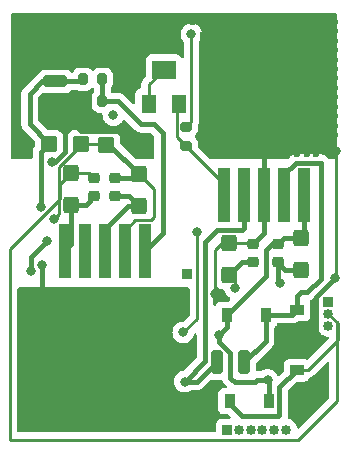
<source format=gbr>
%TF.GenerationSoftware,KiCad,Pcbnew,(6.0.5)*%
%TF.CreationDate,2022-07-19T18:24:44-04:00*%
%TF.ProjectId,torque_motor_design,746f7271-7565-45f6-9d6f-746f725f6465,rev?*%
%TF.SameCoordinates,Original*%
%TF.FileFunction,Copper,L1,Top*%
%TF.FilePolarity,Positive*%
%FSLAX46Y46*%
G04 Gerber Fmt 4.6, Leading zero omitted, Abs format (unit mm)*
G04 Created by KiCad (PCBNEW (6.0.5)) date 2022-07-19 18:24:44*
%MOMM*%
%LPD*%
G01*
G04 APERTURE LIST*
G04 Aperture macros list*
%AMRoundRect*
0 Rectangle with rounded corners*
0 $1 Rounding radius*
0 $2 $3 $4 $5 $6 $7 $8 $9 X,Y pos of 4 corners*
0 Add a 4 corners polygon primitive as box body*
4,1,4,$2,$3,$4,$5,$6,$7,$8,$9,$2,$3,0*
0 Add four circle primitives for the rounded corners*
1,1,$1+$1,$2,$3*
1,1,$1+$1,$4,$5*
1,1,$1+$1,$6,$7*
1,1,$1+$1,$8,$9*
0 Add four rect primitives between the rounded corners*
20,1,$1+$1,$2,$3,$4,$5,0*
20,1,$1+$1,$4,$5,$6,$7,0*
20,1,$1+$1,$6,$7,$8,$9,0*
20,1,$1+$1,$8,$9,$2,$3,0*%
G04 Aperture macros list end*
%TA.AperFunction,SMDPad,CuDef*%
%ADD10RoundRect,0.225000X0.250000X-0.225000X0.250000X0.225000X-0.250000X0.225000X-0.250000X-0.225000X0*%
%TD*%
%TA.AperFunction,SMDPad,CuDef*%
%ADD11RoundRect,0.250000X0.425000X-0.450000X0.425000X0.450000X-0.425000X0.450000X-0.425000X-0.450000X0*%
%TD*%
%TA.AperFunction,SMDPad,CuDef*%
%ADD12RoundRect,0.250000X-0.450000X-0.425000X0.450000X-0.425000X0.450000X0.425000X-0.450000X0.425000X0*%
%TD*%
%TA.AperFunction,SMDPad,CuDef*%
%ADD13R,1.300000X1.600000*%
%TD*%
%TA.AperFunction,SMDPad,CuDef*%
%ADD14R,2.000000X1.600000*%
%TD*%
%TA.AperFunction,SMDPad,CuDef*%
%ADD15RoundRect,0.225000X-0.250000X0.225000X-0.250000X-0.225000X0.250000X-0.225000X0.250000X0.225000X0*%
%TD*%
%TA.AperFunction,SMDPad,CuDef*%
%ADD16RoundRect,0.200000X0.200000X0.275000X-0.200000X0.275000X-0.200000X-0.275000X0.200000X-0.275000X0*%
%TD*%
%TA.AperFunction,SMDPad,CuDef*%
%ADD17R,1.100000X4.600000*%
%TD*%
%TA.AperFunction,SMDPad,CuDef*%
%ADD18R,10.800000X9.400000*%
%TD*%
%TA.AperFunction,SMDPad,CuDef*%
%ADD19RoundRect,0.250000X0.250000X0.750000X-0.250000X0.750000X-0.250000X-0.750000X0.250000X-0.750000X0*%
%TD*%
%TA.AperFunction,SMDPad,CuDef*%
%ADD20RoundRect,0.200000X-0.200000X-0.275000X0.200000X-0.275000X0.200000X0.275000X-0.200000X0.275000X0*%
%TD*%
%TA.AperFunction,SMDPad,CuDef*%
%ADD21R,1.200000X0.900000*%
%TD*%
%TA.AperFunction,SMDPad,CuDef*%
%ADD22RoundRect,0.250000X-0.425000X0.450000X-0.425000X-0.450000X0.425000X-0.450000X0.425000X0.450000X0*%
%TD*%
%TA.AperFunction,SMDPad,CuDef*%
%ADD23R,0.900000X1.200000*%
%TD*%
%TA.AperFunction,SMDPad,CuDef*%
%ADD24RoundRect,0.250000X0.750000X-0.250000X0.750000X0.250000X-0.750000X0.250000X-0.750000X-0.250000X0*%
%TD*%
%TA.AperFunction,SMDPad,CuDef*%
%ADD25RoundRect,0.200000X-0.275000X0.200000X-0.275000X-0.200000X0.275000X-0.200000X0.275000X0.200000X0*%
%TD*%
%TA.AperFunction,ComponentPad*%
%ADD26R,0.850000X0.850000*%
%TD*%
%TA.AperFunction,ComponentPad*%
%ADD27O,0.850000X0.850000*%
%TD*%
%TA.AperFunction,ViaPad*%
%ADD28C,0.800000*%
%TD*%
%TA.AperFunction,ViaPad*%
%ADD29C,0.600000*%
%TD*%
%TA.AperFunction,Conductor*%
%ADD30C,0.400000*%
%TD*%
%TA.AperFunction,Conductor*%
%ADD31C,0.250000*%
%TD*%
G04 APERTURE END LIST*
D10*
%TO.P,C8,1*%
%TO.N,+V*%
X179070000Y-49543000D03*
%TO.P,C8,2*%
%TO.N,GND*%
X179070000Y-47993000D03*
%TD*%
D11*
%TO.P,C6,1*%
%TO.N,+V*%
X177165000Y-50245000D03*
%TO.P,C6,2*%
%TO.N,GND*%
X177165000Y-47545000D03*
%TD*%
D12*
%TO.P,C10,1*%
%TO.N,GND*%
X180112000Y-45178000D03*
%TO.P,C10,2*%
%TO.N,-V*%
X182812000Y-45178000D03*
%TD*%
D13*
%TO.P,RV1,1,1*%
%TO.N,GND*%
X183742000Y-41718000D03*
D14*
%TO.P,RV1,2,2*%
X184992000Y-38818000D03*
D13*
%TO.P,RV1,3,3*%
%TO.N,Net-(R1-Pad2)*%
X186242000Y-41718000D03*
%TD*%
D15*
%TO.P,C7,1*%
%TO.N,+V*%
X194665600Y-53581000D03*
%TO.P,C7,2*%
%TO.N,GND*%
X194665600Y-55131000D03*
%TD*%
D16*
%TO.P,R6,1*%
%TO.N,Net-(R5-Pad2)*%
X179793400Y-41503600D03*
%TO.P,R6,2*%
%TO.N,-V*%
X178143400Y-41503600D03*
%TD*%
D17*
%TO.P,U3,1,+*%
%TO.N,Net-(R1-Pad2)*%
X190092000Y-49443000D03*
%TO.P,U3,2,-*%
%TO.N,Net-(Motor-1-Pad1)*%
X191792000Y-49443000D03*
%TO.P,U3,3*%
%TO.N,-V*%
X193492000Y-49443000D03*
%TO.P,U3,4,V+*%
%TO.N,Net-(D1-Pad2)*%
X195192000Y-49443000D03*
%TO.P,U3,5,V-*%
%TO.N,+V*%
X196892000Y-49443000D03*
D18*
%TO.P,U3,6*%
%TO.N,-V*%
X193492000Y-40293000D03*
%TD*%
D19*
%TO.P,Motor+1,1,Pin_1*%
%TO.N,Net-(D1-Pad2)*%
X191820800Y-63601600D03*
%TD*%
D15*
%TO.P,C5,1*%
%TO.N,-V*%
X192532000Y-53581000D03*
%TO.P,C5,2*%
%TO.N,GND*%
X192532000Y-55131000D03*
%TD*%
D20*
%TO.P,R5,1*%
%TO.N,+V*%
X178143400Y-39624000D03*
%TO.P,R5,2*%
%TO.N,Net-(R5-Pad2)*%
X179793400Y-39624000D03*
%TD*%
D21*
%TO.P,D7,1,K*%
%TO.N,GND*%
X196242000Y-64268000D03*
%TO.P,D7,2,A*%
%TO.N,-V*%
X196242000Y-67568000D03*
%TD*%
D12*
%TO.P,C9,1*%
%TO.N,+V*%
X175307000Y-45085000D03*
%TO.P,C9,2*%
%TO.N,GND*%
X178007000Y-45085000D03*
%TD*%
D17*
%TO.P,U2,1,+*%
%TO.N,Net-(R5-Pad2)*%
X183392000Y-54193000D03*
%TO.P,U2,2,-*%
%TO.N,GND*%
X181692000Y-54193000D03*
%TO.P,U2,3*%
%TO.N,-V*%
X179992000Y-54193000D03*
%TO.P,U2,4,V+*%
%TO.N,GND*%
X178292000Y-54193000D03*
%TO.P,U2,5,V-*%
%TO.N,+V*%
X176592000Y-54193000D03*
D18*
%TO.P,U2,6*%
%TO.N,-V*%
X179992000Y-63343000D03*
%TD*%
D11*
%TO.P,C4,1*%
%TO.N,GND*%
X190500000Y-56214000D03*
%TO.P,C4,2*%
%TO.N,-V*%
X190500000Y-53514000D03*
%TD*%
D22*
%TO.P,C12,1*%
%TO.N,+V*%
X196646800Y-53056800D03*
%TO.P,C12,2*%
%TO.N,GND*%
X196646800Y-55756800D03*
%TD*%
D23*
%TO.P,D1,1,K*%
%TO.N,+V*%
X190342000Y-59568000D03*
%TO.P,D1,2,A*%
%TO.N,Net-(D1-Pad2)*%
X193642000Y-59568000D03*
%TD*%
D24*
%TO.P,External_(-12V)1,1,Pin_1*%
%TO.N,-V*%
X175798000Y-41862000D03*
%TD*%
%TO.P,External_(+12V)1,1,Pin_1*%
%TO.N,+V*%
X175798000Y-39818000D03*
%TD*%
D19*
%TO.P,Motor-1,1,Pin_1*%
%TO.N,Net-(Motor-1-Pad1)*%
X189492000Y-63568000D03*
%TD*%
D25*
%TO.P,R1,1*%
%TO.N,Torque_Mode*%
X186892000Y-43643000D03*
%TO.P,R1,2*%
%TO.N,Net-(R1-Pad2)*%
X186892000Y-45293000D03*
%TD*%
D10*
%TO.P,C11,1*%
%TO.N,-V*%
X180848000Y-49543000D03*
%TO.P,C11,2*%
%TO.N,GND*%
X180848000Y-47993000D03*
%TD*%
D21*
%TO.P,D5,1,K*%
%TO.N,Net-(D1-Pad2)*%
X196292000Y-59168000D03*
%TO.P,D5,2,A*%
%TO.N,-V*%
X196292000Y-62468000D03*
%TD*%
D22*
%TO.P,C3,1*%
%TO.N,GND*%
X182880000Y-47672000D03*
%TO.P,C3,2*%
%TO.N,-V*%
X182880000Y-50372000D03*
%TD*%
D23*
%TO.P,D6,1,K*%
%TO.N,+V*%
X193877200Y-66903600D03*
%TO.P,D6,2,A*%
%TO.N,GND*%
X190577200Y-66903600D03*
%TD*%
D26*
%TO.P,header_2,1*%
%TO.N,N/C*%
X198932800Y-58486800D03*
D27*
%TO.P,header_2,2*%
%TO.N,GND*%
X198932800Y-59486800D03*
%TO.P,header_2,3*%
%TO.N,+V*%
X198932800Y-60486800D03*
%TD*%
D26*
%TO.P,Current_Sense,1*%
%TO.N,current_sense*%
X186962000Y-56128000D03*
%TD*%
%TO.P,header,1*%
%TO.N,N/C*%
X190347600Y-69291200D03*
D27*
%TO.P,header,2*%
X191347600Y-69291200D03*
%TO.P,header,3*%
X192347600Y-69291200D03*
%TO.P,header,4*%
%TO.N,Net-(Motor-1-Pad1)*%
X193347600Y-69291200D03*
%TO.P,header,5*%
%TO.N,Torque_Mode*%
X194347600Y-69291200D03*
%TO.P,header,6*%
%TO.N,current_sense*%
X195347600Y-69291200D03*
%TD*%
D28*
%TO.N,+V*%
X174592000Y-50418000D03*
X176602000Y-54208000D03*
X173792000Y-55868000D03*
X193792000Y-65078000D03*
X175092000Y-53368000D03*
X189692000Y-61268000D03*
D29*
%TO.N,-V*%
X173092000Y-35568000D03*
X175006000Y-62484000D03*
X192786000Y-36322000D03*
X189992000Y-41402000D03*
X189892000Y-45968000D03*
X196088000Y-44450000D03*
X173092000Y-65168000D03*
X178692000Y-69168000D03*
X192292000Y-34768000D03*
X183492000Y-34768000D03*
X181864000Y-60960000D03*
X199492000Y-38768000D03*
X187492000Y-67568000D03*
D28*
X175517500Y-46649601D03*
D29*
X197358000Y-44450000D03*
X197612000Y-39370000D03*
X185892000Y-34768000D03*
X185892000Y-69168000D03*
X196342000Y-42418000D03*
X189992000Y-43434000D03*
X185092000Y-69168000D03*
X181864000Y-59182000D03*
X195326000Y-42418000D03*
X179832000Y-59182000D03*
X180594000Y-64008000D03*
X189992000Y-40386000D03*
X195580000Y-38354000D03*
X177892000Y-36368000D03*
X195580000Y-36322000D03*
X178054000Y-66548000D03*
X186692000Y-34768000D03*
X183896000Y-59944000D03*
X189092000Y-67568000D03*
X172292000Y-36368000D03*
X181864000Y-59944000D03*
X198374000Y-39370000D03*
X173892000Y-57968000D03*
X175006000Y-65532000D03*
X194564000Y-43434000D03*
X196292000Y-34768000D03*
X174692000Y-34768000D03*
X177083969Y-37961077D03*
X182692000Y-35568000D03*
X195580000Y-39370000D03*
X172292000Y-39568000D03*
X173892000Y-37968000D03*
X174688787Y-37162683D03*
X179492000Y-37168000D03*
X176022000Y-60960000D03*
X188976000Y-38354000D03*
X197612000Y-43434000D03*
X173092000Y-61968000D03*
X181892000Y-69168000D03*
X188976000Y-44450000D03*
X192024000Y-40386000D03*
X192024000Y-42418000D03*
X196596000Y-39370000D03*
X172292000Y-44368000D03*
X197358000Y-40386000D03*
X173891999Y-66789876D03*
X173892000Y-37168000D03*
X191897000Y-36322000D03*
X194691866Y-45964521D03*
X181092000Y-35568000D03*
X179070000Y-67564000D03*
X197612000Y-41402000D03*
X192292000Y-45968000D03*
X176285575Y-37162683D03*
X173892000Y-34768000D03*
X177092000Y-69168000D03*
X199492000Y-41168000D03*
X188976000Y-40386000D03*
X199492000Y-35568000D03*
X182626000Y-64262000D03*
X179486781Y-69162781D03*
X182626000Y-59944000D03*
D28*
X189342000Y-57818000D03*
D29*
X187492000Y-34768000D03*
X177038000Y-65532000D03*
X180292000Y-37968000D03*
X189892000Y-34768000D03*
X173892000Y-68368000D03*
X196596000Y-43434000D03*
X183896000Y-64262000D03*
X198374000Y-40386000D03*
X184288521Y-69164521D03*
D28*
X196242000Y-66418000D03*
D29*
X180292000Y-34768000D03*
X192024000Y-44450000D03*
X183896000Y-59182000D03*
X193548000Y-38354000D03*
X182626000Y-60960000D03*
X188292000Y-34768000D03*
X173092000Y-69168000D03*
X196292000Y-45968000D03*
X172292000Y-43568000D03*
X199492000Y-37168000D03*
X193548000Y-43434000D03*
X173080258Y-39557864D03*
X181092000Y-69168000D03*
X173892000Y-65968000D03*
X194056000Y-44450000D03*
X184292000Y-34768000D03*
X174690393Y-36362781D03*
D28*
X174692000Y-55368000D03*
D29*
X174692000Y-35568000D03*
X182626000Y-65532000D03*
X175006000Y-59944000D03*
X176022000Y-67564000D03*
X183870642Y-67546787D03*
X173892000Y-61968000D03*
X189738000Y-36322000D03*
X173892000Y-35568000D03*
X199492000Y-42768000D03*
X175492000Y-69168000D03*
X178692000Y-37968000D03*
X178692000Y-35568000D03*
X195580000Y-41402000D03*
X193548000Y-40386000D03*
X179491599Y-35562781D03*
X191492000Y-34768000D03*
X176022000Y-63500000D03*
X188976000Y-43434000D03*
X189092000Y-65968000D03*
X196469000Y-36322000D03*
X177038000Y-66548000D03*
X175006000Y-67564000D03*
X190692000Y-45968000D03*
X193548000Y-39370000D03*
X191492000Y-45968000D03*
X192786000Y-37338000D03*
X173892000Y-65168000D03*
X183896000Y-62992000D03*
X198692000Y-34768000D03*
X172288521Y-40367999D03*
X194564000Y-39370000D03*
X175488654Y-35567999D03*
X191008000Y-39370000D03*
X194564000Y-37338000D03*
X192024000Y-41402000D03*
X183896000Y-66548000D03*
X180848000Y-60960000D03*
X199492000Y-43568000D03*
X181610000Y-66040000D03*
X173092000Y-65968000D03*
X176270726Y-35562781D03*
X195580000Y-37338000D03*
X177092000Y-37168000D03*
X188292000Y-67568000D03*
X180848000Y-59968000D03*
X182626000Y-66548000D03*
X193548000Y-41402000D03*
X184912000Y-67564000D03*
X181610000Y-62992000D03*
X189085575Y-66761778D03*
X197892000Y-45968000D03*
X186692000Y-67568000D03*
X189992000Y-42418000D03*
X177892000Y-37968000D03*
X179578000Y-62992000D03*
X177892000Y-37168000D03*
X177038000Y-60960000D03*
X186692000Y-69168000D03*
X193548000Y-42418000D03*
X179578000Y-64008000D03*
X181892000Y-34768000D03*
X173084172Y-68366393D03*
X186692000Y-66768000D03*
X177089993Y-35562781D03*
X181610000Y-64008000D03*
X173092000Y-34768000D03*
X177038000Y-67564000D03*
X180594000Y-62992000D03*
X173890393Y-58766393D03*
X191008000Y-37338000D03*
X189992000Y-44450000D03*
X181892000Y-36368000D03*
X198374000Y-42418000D03*
X198374000Y-38354000D03*
X199492000Y-40368000D03*
X196596000Y-38354000D03*
X188976000Y-37338000D03*
X179484172Y-37967999D03*
X173092000Y-64368000D03*
X172292000Y-34768000D03*
X176292000Y-69168000D03*
X173892000Y-36368000D03*
X198374000Y-37338000D03*
X173092000Y-60368000D03*
X180292000Y-36368000D03*
X199492000Y-44368000D03*
X181092000Y-34768000D03*
X176022000Y-64516000D03*
X193802000Y-37338000D03*
X173092000Y-66768000D03*
X182626000Y-62992000D03*
X189092000Y-34768000D03*
X175006000Y-59182000D03*
X173892000Y-64368000D03*
X173890393Y-38759471D03*
X182626000Y-59182000D03*
X194564000Y-40386000D03*
X181892000Y-37168000D03*
X178692000Y-37168000D03*
X197358000Y-42418000D03*
X180292000Y-37168000D03*
X173092000Y-37968000D03*
X175487181Y-37162683D03*
X178308000Y-62992000D03*
X199492000Y-39568000D03*
X189992000Y-38354000D03*
X178692000Y-34768000D03*
X192024000Y-39370000D03*
X174692000Y-37968000D03*
X181092000Y-36368000D03*
X173088521Y-36371612D03*
X176022000Y-65532000D03*
X183896000Y-60960000D03*
X172292000Y-35568000D03*
X177892000Y-34768000D03*
X194564000Y-38354000D03*
X176022000Y-66548000D03*
X175492000Y-34768000D03*
X175006000Y-63500000D03*
X198374000Y-36322000D03*
X181610000Y-65024000D03*
X180848000Y-59182000D03*
X181092000Y-37968000D03*
X176292000Y-37968000D03*
X188292000Y-66768000D03*
X173092000Y-67568000D03*
X173092000Y-63568000D03*
X172289680Y-45965680D03*
X173092000Y-37168000D03*
X191008000Y-43434000D03*
X199492000Y-41968000D03*
X187488787Y-66761778D03*
X186692000Y-68368000D03*
X172292000Y-41968000D03*
X173092000Y-38768000D03*
X191008000Y-41402000D03*
X190692000Y-34768000D03*
X173092000Y-62768000D03*
X172292000Y-37168000D03*
X179492000Y-36368000D03*
X182692000Y-34768000D03*
X190754000Y-36322000D03*
X175492000Y-36368000D03*
X176292000Y-34768000D03*
X172292000Y-38768000D03*
X183896000Y-65532000D03*
X196596000Y-41402000D03*
X175006000Y-64516000D03*
X178308000Y-61976000D03*
X199492000Y-34768000D03*
X194691000Y-36322000D03*
X177892000Y-35568000D03*
X179492000Y-34768000D03*
X197612000Y-37338000D03*
X191008000Y-44450000D03*
X183492000Y-35568000D03*
X192024000Y-37338000D03*
X199488521Y-37967999D03*
X199492000Y-36368000D03*
X197092000Y-45968000D03*
X195072000Y-44450000D03*
X198374000Y-41402000D03*
X177092000Y-34768000D03*
X180292000Y-35568000D03*
X196342000Y-40386000D03*
X188976000Y-42418000D03*
X181892000Y-35568000D03*
X174692000Y-69168000D03*
X193040000Y-44450000D03*
X193892000Y-34768000D03*
X180292000Y-69168000D03*
X177092000Y-36368000D03*
X191008000Y-38354000D03*
X188722000Y-36322000D03*
X197892000Y-34768000D03*
X193802000Y-36322000D03*
X185092000Y-34768000D03*
D28*
X199491600Y-56438800D03*
D29*
X172292000Y-45168000D03*
X191008000Y-42418000D03*
X176022000Y-59944000D03*
X173092000Y-61168000D03*
X177892000Y-69168000D03*
X198374000Y-44450000D03*
X172292000Y-41168000D03*
X175498922Y-37961077D03*
X193092000Y-34768000D03*
X182626000Y-67564000D03*
D28*
X199592000Y-45668000D03*
D29*
X195326000Y-40386000D03*
X188976000Y-41402000D03*
X172292000Y-42768000D03*
X173892000Y-69168000D03*
X178692000Y-36368000D03*
X177800000Y-67564000D03*
X198374000Y-43434000D03*
X173892000Y-67568000D03*
X182692000Y-36368000D03*
X188976000Y-39370000D03*
X180594000Y-65024000D03*
X192024000Y-43434000D03*
X181092000Y-37168000D03*
X173892000Y-62768000D03*
X197612000Y-38354000D03*
X195580000Y-43434000D03*
X195492000Y-45968000D03*
X192024000Y-38354000D03*
X191008000Y-40386000D03*
X189992000Y-37338000D03*
X194692000Y-34768000D03*
D28*
X179992000Y-54193000D03*
D29*
X195492000Y-34768000D03*
X173892000Y-61168000D03*
X175006000Y-66548000D03*
X194564000Y-41402000D03*
X177038000Y-64516000D03*
X172292000Y-37968000D03*
X197358000Y-36322000D03*
X194564000Y-42418000D03*
X189992000Y-39370000D03*
X176292000Y-36368000D03*
X196596000Y-37338000D03*
X173892000Y-63568000D03*
X197092000Y-34768000D03*
X179832000Y-59944000D03*
D28*
%TO.N,Torque_Mode*%
X187325000Y-35814000D03*
%TO.N,GND*%
X191008000Y-57277000D03*
X187807600Y-52578000D03*
X186639200Y-61061600D03*
X180721000Y-42672000D03*
X183742000Y-41718000D03*
X175671854Y-51486867D03*
X178212000Y-53318000D03*
X194818000Y-56845200D03*
%TO.N,Net-(Motor-1-Pad1)*%
X186752000Y-65238000D03*
%TD*%
D30*
%TO.N,+V*%
X192884400Y-65078000D02*
X193792000Y-65078000D01*
X190342000Y-59568000D02*
X190342000Y-60618000D01*
X193877200Y-66903600D02*
X193877200Y-65163200D01*
X174592000Y-45800000D02*
X175307000Y-45085000D01*
X177165000Y-50245000D02*
X177165000Y-53620000D01*
X196892000Y-52811600D02*
X196646800Y-53056800D01*
X176602000Y-54208000D02*
X176602000Y-54203000D01*
X191008000Y-65278000D02*
X192684400Y-65278000D01*
X193649600Y-56260400D02*
X190342000Y-59568000D01*
X189692000Y-61849441D02*
X190642480Y-62799921D01*
X175798000Y-39818000D02*
X177949400Y-39818000D01*
X174592000Y-50418000D02*
X174592000Y-45800000D01*
X193877200Y-65163200D02*
X193792000Y-65078000D01*
X196892000Y-49443000D02*
X196892000Y-52811600D01*
X194170600Y-53581000D02*
X193649600Y-54102000D01*
X174710400Y-39818000D02*
X173634400Y-40894000D01*
X190642480Y-64912480D02*
X191008000Y-65278000D01*
X196646800Y-53056800D02*
X195189800Y-53056800D01*
X193649600Y-54102000D02*
X193649600Y-56260400D01*
X195189800Y-53056800D02*
X194665600Y-53581000D01*
X190642480Y-62799921D02*
X190642480Y-64912480D01*
X177949400Y-39818000D02*
X178143400Y-39624000D01*
X173634400Y-43412400D02*
X175307000Y-45085000D01*
X176602000Y-54203000D02*
X176592000Y-54193000D01*
X192684400Y-65278000D02*
X192884400Y-65078000D01*
X190342000Y-60618000D02*
X189692000Y-61268000D01*
X177165000Y-50245000D02*
X178368000Y-50245000D01*
X194665600Y-53581000D02*
X194170600Y-53581000D01*
X173634400Y-40894000D02*
X173634400Y-43412400D01*
X175798000Y-39818000D02*
X174710400Y-39818000D01*
X177165000Y-53620000D02*
X176592000Y-54193000D01*
X173792000Y-54668000D02*
X175092000Y-53368000D01*
X189692000Y-61268000D02*
X189692000Y-61849441D01*
X178368000Y-50245000D02*
X179070000Y-49543000D01*
X173792000Y-55868000D02*
X173792000Y-54668000D01*
%TO.N,-V*%
X180848000Y-49543000D02*
X182051000Y-49543000D01*
X179992000Y-54193000D02*
X179992000Y-52343978D01*
X179992000Y-52343978D02*
X181963978Y-50372000D01*
D31*
X199592000Y-45668000D02*
X198867000Y-45668000D01*
D30*
X179992000Y-62968000D02*
X179992000Y-63343000D01*
X177785000Y-41862000D02*
X178143400Y-41503600D01*
X176642000Y-42706000D02*
X175798000Y-41862000D01*
X196408800Y-62468000D02*
X197916800Y-60960000D01*
X197916800Y-60960000D02*
X197916800Y-58064400D01*
X176642000Y-45807931D02*
X176642000Y-42706000D01*
X193492000Y-49443000D02*
X193492000Y-52621000D01*
D31*
X192465000Y-53514000D02*
X192532000Y-53581000D01*
X189956000Y-53514000D02*
X189342000Y-54128000D01*
D30*
X196242000Y-67568000D02*
X196242000Y-66418000D01*
X175798000Y-41862000D02*
X177946480Y-44010480D01*
X193492000Y-40293000D02*
X193492000Y-49443000D01*
D31*
X190500000Y-53514000D02*
X189945000Y-53514000D01*
D30*
X177946480Y-44010480D02*
X181644480Y-44010480D01*
X175517500Y-46649601D02*
X175800330Y-46649601D01*
D31*
X190500000Y-53514000D02*
X192465000Y-53514000D01*
X199592000Y-56338400D02*
X199491600Y-56438800D01*
D30*
X193492000Y-52621000D02*
X192532000Y-53581000D01*
X174692000Y-57668000D02*
X179992000Y-62968000D01*
D31*
X190500000Y-53514000D02*
X189956000Y-53514000D01*
D30*
X174692000Y-55368000D02*
X174692000Y-57668000D01*
D31*
X199592000Y-45668000D02*
X199592000Y-56338400D01*
D30*
X181963978Y-50372000D02*
X182880000Y-50372000D01*
X181644480Y-44010480D02*
X182812000Y-45178000D01*
X175798000Y-41862000D02*
X177785000Y-41862000D01*
X197916800Y-58064400D02*
X199491600Y-56489600D01*
D31*
X189342000Y-54128000D02*
X189342000Y-57818000D01*
D30*
X175804000Y-41868000D02*
X175798000Y-41862000D01*
X199491600Y-56489600D02*
X199491600Y-56438800D01*
X175800330Y-46649601D02*
X176642000Y-45807931D01*
X196292000Y-62468000D02*
X196408800Y-62468000D01*
X182051000Y-49543000D02*
X182880000Y-50372000D01*
D31*
X198867000Y-45668000D02*
X193492000Y-40293000D01*
%TO.N,Torque_Mode*%
X187325000Y-43210000D02*
X187325000Y-35814000D01*
X186892000Y-43643000D02*
X187325000Y-43210000D01*
%TO.N,Net-(R1-Pad2)*%
X189682000Y-49443000D02*
X189682000Y-48083000D01*
X186892000Y-45293000D02*
X186092480Y-44493480D01*
X186092480Y-44493480D02*
X186092480Y-41867520D01*
X189682000Y-48083000D02*
X186892000Y-45293000D01*
X186092480Y-41867520D02*
X186242000Y-41718000D01*
D30*
%TO.N,Net-(R5-Pad2)*%
X183083200Y-43434000D02*
X184150000Y-43434000D01*
X184912000Y-52673000D02*
X183392000Y-54193000D01*
X179793400Y-41503600D02*
X181152800Y-41503600D01*
X184150000Y-43434000D02*
X184912000Y-44196000D01*
X184912000Y-44196000D02*
X184912000Y-52673000D01*
X179793400Y-39624000D02*
X179793400Y-41503600D01*
X181152800Y-41503600D02*
X183083200Y-43434000D01*
%TO.N,GND*%
X182559000Y-47993000D02*
X182880000Y-47672000D01*
D31*
X176165480Y-47026235D02*
X178007000Y-45184715D01*
X181692000Y-52443000D02*
X182573000Y-51562000D01*
X199632311Y-60186311D02*
X199632311Y-66915289D01*
X183896000Y-51562000D02*
X184150000Y-51308000D01*
X184150000Y-48942000D02*
X182880000Y-47672000D01*
X197199600Y-64268000D02*
X196242000Y-64268000D01*
D30*
X190577200Y-67103200D02*
X191642000Y-68168000D01*
X180112000Y-45178000D02*
X180386000Y-45178000D01*
D31*
X186639200Y-61061600D02*
X187807600Y-59893200D01*
X178007000Y-45184715D02*
X178007000Y-45085000D01*
D30*
X180386000Y-45178000D02*
X182880000Y-47672000D01*
D31*
X199745600Y-60299600D02*
X199745600Y-61722000D01*
X180006000Y-45085000D02*
X178007000Y-45085000D01*
D30*
X194665600Y-56692800D02*
X194818000Y-56845200D01*
D31*
X183742000Y-40068000D02*
X184992000Y-38818000D01*
D30*
X194792000Y-65718000D02*
X194792000Y-68067022D01*
X180848000Y-47993000D02*
X182559000Y-47993000D01*
D31*
X178622000Y-47545000D02*
X179070000Y-47993000D01*
X199632311Y-66915289D02*
X196392800Y-70154800D01*
X176152241Y-51006480D02*
X175671854Y-51486867D01*
X178212000Y-54113000D02*
X178292000Y-54193000D01*
X198932800Y-59486800D02*
X199745600Y-60299600D01*
D30*
X196646800Y-55756800D02*
X195291400Y-55756800D01*
D31*
X183742000Y-41718000D02*
X183742000Y-40068000D01*
D30*
X194665600Y-55131000D02*
X194665600Y-56692800D01*
X196242000Y-64268000D02*
X194792000Y-65718000D01*
D31*
X199745600Y-61722000D02*
X197199600Y-64268000D01*
X187807600Y-59893200D02*
X187807600Y-52578000D01*
X176215480Y-48494520D02*
X177165000Y-47545000D01*
X176215480Y-49748424D02*
X176215480Y-48494520D01*
D30*
X194691022Y-68168000D02*
X191642000Y-68168000D01*
D31*
X171958000Y-54005904D02*
X176215480Y-49748424D01*
D30*
X192532000Y-55131000D02*
X191583000Y-55131000D01*
D31*
X171958000Y-70154800D02*
X171958000Y-54005904D01*
X176165480Y-51006480D02*
X176165480Y-47026235D01*
D30*
X195291400Y-55756800D02*
X194665600Y-55131000D01*
D31*
X194619200Y-56845200D02*
X194818000Y-56845200D01*
X184150000Y-51308000D02*
X184150000Y-48942000D01*
X181692000Y-54193000D02*
X181692000Y-52443000D01*
D30*
X190577200Y-66903600D02*
X190577200Y-67103200D01*
X191583000Y-55131000D02*
X190500000Y-56214000D01*
D31*
X196392800Y-70154800D02*
X171958000Y-70154800D01*
X191008000Y-57277000D02*
X191008000Y-56722000D01*
X198932800Y-59486800D02*
X199632311Y-60186311D01*
X176165480Y-51006480D02*
X176152241Y-51006480D01*
X177165000Y-47545000D02*
X178622000Y-47545000D01*
D30*
X194792000Y-68067022D02*
X194691022Y-68168000D01*
D31*
X191008000Y-56722000D02*
X190500000Y-56214000D01*
X178212000Y-53318000D02*
X178212000Y-54113000D01*
X182573000Y-51562000D02*
X183896000Y-51562000D01*
D30*
%TO.N,Net-(Motor-1-Pad1)*%
X191747480Y-52232520D02*
X191747480Y-49443000D01*
X186752000Y-65238000D02*
X187822000Y-65238000D01*
X188492000Y-53388000D02*
X189522000Y-52358000D01*
X186752000Y-65238000D02*
X188492000Y-63498000D01*
X191622000Y-52358000D02*
X191747480Y-52232520D01*
X189522000Y-52358000D02*
X191622000Y-52358000D01*
X187822000Y-65238000D02*
X189492000Y-63568000D01*
X188492000Y-63498000D02*
X188492000Y-53388000D01*
%TO.N,Net-(D1-Pad2)*%
X198272000Y-56540800D02*
X198272000Y-52169441D01*
X196646800Y-57658000D02*
X197154800Y-57658000D01*
X197154800Y-57658000D02*
X198272000Y-56540800D01*
X193642000Y-59568000D02*
X193642000Y-61780400D01*
X196292000Y-59168000D02*
X196292000Y-58012800D01*
X196177000Y-46708000D02*
X195192000Y-47693000D01*
X195892000Y-59568000D02*
X196292000Y-59168000D01*
X195192000Y-47693000D02*
X195192000Y-49443000D01*
X198272000Y-46708000D02*
X196177000Y-46708000D01*
X198272000Y-52169441D02*
X198272000Y-46708000D01*
X193642000Y-61780400D02*
X191820800Y-63601600D01*
X193642000Y-59568000D02*
X195892000Y-59568000D01*
X196292000Y-58012800D02*
X196646800Y-57658000D01*
%TD*%
%TA.AperFunction,Conductor*%
%TO.N,-V*%
G36*
X187116221Y-57278002D02*
G01*
X187162714Y-57331658D01*
X187174100Y-57384000D01*
X187174100Y-59578605D01*
X187154098Y-59646726D01*
X187137195Y-59667701D01*
X186688699Y-60116196D01*
X186626387Y-60150221D01*
X186599604Y-60153100D01*
X186543713Y-60153100D01*
X186537261Y-60154472D01*
X186537256Y-60154472D01*
X186450312Y-60172953D01*
X186356912Y-60192806D01*
X186350882Y-60195491D01*
X186350881Y-60195491D01*
X186188478Y-60267797D01*
X186188476Y-60267798D01*
X186182448Y-60270482D01*
X186177107Y-60274362D01*
X186177106Y-60274363D01*
X186153320Y-60291645D01*
X186027947Y-60382734D01*
X186023526Y-60387644D01*
X186023525Y-60387645D01*
X185928335Y-60493365D01*
X185900160Y-60524656D01*
X185804673Y-60690044D01*
X185745658Y-60871672D01*
X185744968Y-60878233D01*
X185744968Y-60878235D01*
X185735973Y-60963815D01*
X185725696Y-61061600D01*
X185726386Y-61068165D01*
X185744562Y-61241097D01*
X185745658Y-61251528D01*
X185804673Y-61433156D01*
X185900160Y-61598544D01*
X186027947Y-61740466D01*
X186182448Y-61852718D01*
X186188476Y-61855402D01*
X186188478Y-61855403D01*
X186350881Y-61927709D01*
X186356912Y-61930394D01*
X186450313Y-61950247D01*
X186537256Y-61968728D01*
X186537261Y-61968728D01*
X186543713Y-61970100D01*
X186734687Y-61970100D01*
X186741139Y-61968728D01*
X186741144Y-61968728D01*
X186828087Y-61950247D01*
X186921488Y-61930394D01*
X186927519Y-61927709D01*
X187089922Y-61855403D01*
X187089924Y-61855402D01*
X187095952Y-61852718D01*
X187250453Y-61740466D01*
X187378240Y-61598544D01*
X187473727Y-61433156D01*
X187532742Y-61251528D01*
X187533432Y-61244965D01*
X187534254Y-61241097D01*
X187567982Y-61178624D01*
X187630132Y-61144303D01*
X187700971Y-61149032D01*
X187758009Y-61191308D01*
X187783135Y-61257710D01*
X187783500Y-61267295D01*
X187783500Y-63152339D01*
X187763498Y-63220460D01*
X187746595Y-63241434D01*
X186685467Y-64302563D01*
X186622569Y-64336715D01*
X186469712Y-64369206D01*
X186463682Y-64371891D01*
X186463681Y-64371891D01*
X186301278Y-64444197D01*
X186301276Y-64444198D01*
X186295248Y-64446882D01*
X186140747Y-64559134D01*
X186136326Y-64564044D01*
X186136325Y-64564045D01*
X186018569Y-64694827D01*
X186012960Y-64701056D01*
X185969356Y-64776580D01*
X185923371Y-64856229D01*
X185917473Y-64866444D01*
X185858458Y-65048072D01*
X185857768Y-65054633D01*
X185857768Y-65054635D01*
X185845457Y-65171767D01*
X185838496Y-65238000D01*
X185839186Y-65244565D01*
X185847795Y-65326471D01*
X185858458Y-65427928D01*
X185917473Y-65609556D01*
X186012960Y-65774944D01*
X186017378Y-65779851D01*
X186017379Y-65779852D01*
X186120367Y-65894232D01*
X186140747Y-65916866D01*
X186295248Y-66029118D01*
X186301276Y-66031802D01*
X186301278Y-66031803D01*
X186376521Y-66065303D01*
X186469712Y-66106794D01*
X186563112Y-66126647D01*
X186650056Y-66145128D01*
X186650061Y-66145128D01*
X186656513Y-66146500D01*
X186847487Y-66146500D01*
X186853939Y-66145128D01*
X186853944Y-66145128D01*
X186940888Y-66126647D01*
X187034288Y-66106794D01*
X187127479Y-66065303D01*
X187202722Y-66031803D01*
X187202724Y-66031802D01*
X187208752Y-66029118D01*
X187289344Y-65970564D01*
X187356211Y-65946706D01*
X187363405Y-65946500D01*
X187793088Y-65946500D01*
X187801658Y-65946792D01*
X187851776Y-65950209D01*
X187851780Y-65950209D01*
X187859352Y-65950725D01*
X187866829Y-65949420D01*
X187866830Y-65949420D01*
X187893308Y-65944799D01*
X187922303Y-65939738D01*
X187928821Y-65938777D01*
X187992242Y-65931102D01*
X187999343Y-65928419D01*
X188001952Y-65927778D01*
X188018262Y-65923315D01*
X188020798Y-65922550D01*
X188028284Y-65921243D01*
X188086800Y-65895556D01*
X188092904Y-65893065D01*
X188145548Y-65873173D01*
X188145549Y-65873172D01*
X188152656Y-65870487D01*
X188158919Y-65866183D01*
X188161285Y-65864946D01*
X188176097Y-65856701D01*
X188178351Y-65855368D01*
X188185305Y-65852315D01*
X188236002Y-65813413D01*
X188241332Y-65809541D01*
X188287720Y-65777661D01*
X188287725Y-65777656D01*
X188293981Y-65773357D01*
X188335436Y-65726829D01*
X188340416Y-65721554D01*
X188964387Y-65097583D01*
X189026699Y-65063557D01*
X189079899Y-65063478D01*
X189080602Y-65063629D01*
X189087139Y-65065797D01*
X189093982Y-65066498D01*
X189093986Y-65066499D01*
X189148665Y-65072101D01*
X189191600Y-65076500D01*
X189792400Y-65076500D01*
X189795646Y-65076163D01*
X189795650Y-65076163D01*
X189823358Y-65073288D01*
X189842796Y-65071271D01*
X189912616Y-65084136D01*
X189964399Y-65132706D01*
X189971172Y-65145952D01*
X189984922Y-65177275D01*
X189987415Y-65183384D01*
X190005572Y-65231435D01*
X190009993Y-65243136D01*
X190014297Y-65249399D01*
X190015534Y-65251765D01*
X190023779Y-65266577D01*
X190025112Y-65268831D01*
X190028165Y-65275785D01*
X190032787Y-65281808D01*
X190067059Y-65326471D01*
X190070939Y-65331812D01*
X190102819Y-65378200D01*
X190102824Y-65378205D01*
X190107123Y-65384461D01*
X190112792Y-65389511D01*
X190112792Y-65389512D01*
X190153649Y-65425914D01*
X190158925Y-65430896D01*
X190308034Y-65580005D01*
X190342060Y-65642317D01*
X190336995Y-65713132D01*
X190294448Y-65769968D01*
X190227928Y-65794779D01*
X190218939Y-65795100D01*
X190079066Y-65795100D01*
X190016884Y-65801855D01*
X189880495Y-65852985D01*
X189763939Y-65940339D01*
X189676585Y-66056895D01*
X189625455Y-66193284D01*
X189618700Y-66255466D01*
X189618700Y-67551734D01*
X189625455Y-67613916D01*
X189676585Y-67750305D01*
X189763939Y-67866861D01*
X189880495Y-67954215D01*
X190016884Y-68005345D01*
X190079066Y-68012100D01*
X190431940Y-68012100D01*
X190500061Y-68032102D01*
X190521035Y-68049005D01*
X190614635Y-68142605D01*
X190648661Y-68204917D01*
X190643596Y-68275732D01*
X190601049Y-68332568D01*
X190534529Y-68357379D01*
X190525540Y-68357700D01*
X189874466Y-68357700D01*
X189812284Y-68364455D01*
X189675895Y-68415585D01*
X189559339Y-68502939D01*
X189471985Y-68619495D01*
X189420855Y-68755884D01*
X189414100Y-68818066D01*
X189414100Y-69395300D01*
X189394098Y-69463421D01*
X189340442Y-69509914D01*
X189288100Y-69521300D01*
X172717500Y-69521300D01*
X172649379Y-69501298D01*
X172602886Y-69447642D01*
X172591500Y-69395300D01*
X172591500Y-57384000D01*
X172611502Y-57315879D01*
X172665158Y-57269386D01*
X172717500Y-57258000D01*
X187048100Y-57258000D01*
X187116221Y-57278002D01*
G37*
%TD.AperFunction*%
%TA.AperFunction,Conductor*%
G36*
X198916844Y-63550828D02*
G01*
X198973679Y-63593375D01*
X198998490Y-63659895D01*
X198998811Y-63668884D01*
X198998811Y-66600694D01*
X198978809Y-66668815D01*
X198961906Y-66689789D01*
X196480063Y-69171632D01*
X196417751Y-69205658D01*
X196346936Y-69200593D01*
X196290100Y-69158046D01*
X196267722Y-69108734D01*
X196266420Y-69102607D01*
X196265730Y-69096045D01*
X196205092Y-68909420D01*
X196106977Y-68739480D01*
X195975674Y-68593653D01*
X195816921Y-68478312D01*
X195810893Y-68475628D01*
X195810891Y-68475627D01*
X195643687Y-68401183D01*
X195643686Y-68401183D01*
X195637656Y-68398498D01*
X195581407Y-68386542D01*
X195518934Y-68352814D01*
X195484612Y-68290664D01*
X195485354Y-68244785D01*
X195483282Y-68244512D01*
X195491622Y-68181161D01*
X195492654Y-68174645D01*
X195502911Y-68119303D01*
X195504295Y-68111836D01*
X195500709Y-68049642D01*
X195500500Y-68042389D01*
X195500500Y-66063660D01*
X195520502Y-65995539D01*
X195537405Y-65974565D01*
X196248565Y-65263405D01*
X196310877Y-65229379D01*
X196337660Y-65226500D01*
X196890134Y-65226500D01*
X196952316Y-65219745D01*
X197088705Y-65168615D01*
X197205261Y-65081261D01*
X197292615Y-64964705D01*
X197295967Y-64955764D01*
X197296306Y-64955313D01*
X197300077Y-64948425D01*
X197301071Y-64948969D01*
X197338610Y-64899001D01*
X197367563Y-64882846D01*
X197399510Y-64870197D01*
X197410742Y-64866351D01*
X197445583Y-64856229D01*
X197445584Y-64856229D01*
X197453193Y-64854018D01*
X197460012Y-64849985D01*
X197460017Y-64849983D01*
X197470628Y-64843707D01*
X197488376Y-64835012D01*
X197507217Y-64827552D01*
X197542987Y-64801564D01*
X197552907Y-64795048D01*
X197584135Y-64776580D01*
X197584138Y-64776578D01*
X197590962Y-64772542D01*
X197605283Y-64758221D01*
X197620317Y-64745380D01*
X197630294Y-64738131D01*
X197636707Y-64733472D01*
X197664898Y-64699395D01*
X197672888Y-64690616D01*
X198783716Y-63579789D01*
X198846028Y-63545763D01*
X198916844Y-63550828D01*
G37*
%TD.AperFunction*%
%TA.AperFunction,Conductor*%
G36*
X197917332Y-58001605D02*
G01*
X197974168Y-58044152D01*
X197998979Y-58110672D01*
X197999300Y-58119661D01*
X197999300Y-58959934D01*
X198006055Y-59022116D01*
X198008827Y-59029512D01*
X198008829Y-59029518D01*
X198042116Y-59118311D01*
X198047299Y-59189118D01*
X198043967Y-59201475D01*
X198016711Y-59285363D01*
X198014670Y-59291645D01*
X197994158Y-59486800D01*
X198014670Y-59681955D01*
X198016710Y-59688233D01*
X198016710Y-59688234D01*
X198032138Y-59735715D01*
X198075308Y-59868580D01*
X198078611Y-59874302D01*
X198078612Y-59874303D01*
X198107189Y-59923800D01*
X198123927Y-59992796D01*
X198107189Y-60049800D01*
X198094507Y-60071767D01*
X198075308Y-60105020D01*
X198068449Y-60126131D01*
X198022101Y-60268776D01*
X198014670Y-60291645D01*
X197994158Y-60486800D01*
X197994848Y-60493365D01*
X198012670Y-60662922D01*
X198014670Y-60681955D01*
X198016710Y-60688233D01*
X198016710Y-60688234D01*
X198029915Y-60728874D01*
X198075308Y-60868580D01*
X198173423Y-61038520D01*
X198177841Y-61043427D01*
X198177842Y-61043428D01*
X198268670Y-61144303D01*
X198304726Y-61184347D01*
X198310068Y-61188228D01*
X198310070Y-61188230D01*
X198405701Y-61257710D01*
X198463479Y-61299688D01*
X198469507Y-61302372D01*
X198469509Y-61302373D01*
X198636713Y-61376817D01*
X198642744Y-61379502D01*
X198738715Y-61399901D01*
X198828228Y-61418928D01*
X198828232Y-61418928D01*
X198834685Y-61420300D01*
X198847206Y-61420300D01*
X198915327Y-61440302D01*
X198961820Y-61493958D01*
X198971924Y-61564232D01*
X198942430Y-61628812D01*
X198936301Y-61635395D01*
X197229247Y-63342449D01*
X197166935Y-63376475D01*
X197096120Y-63371410D01*
X197090874Y-63369011D01*
X197088705Y-63367385D01*
X197081022Y-63364505D01*
X197081016Y-63364502D01*
X196997606Y-63333234D01*
X196952316Y-63316255D01*
X196890134Y-63309500D01*
X195593866Y-63309500D01*
X195531684Y-63316255D01*
X195395295Y-63367385D01*
X195278739Y-63454739D01*
X195191385Y-63571295D01*
X195140255Y-63707684D01*
X195133500Y-63769866D01*
X195133500Y-64322338D01*
X195113498Y-64390459D01*
X195096596Y-64411433D01*
X194943985Y-64564045D01*
X194806715Y-64701315D01*
X194744402Y-64735340D01*
X194673587Y-64730276D01*
X194616751Y-64687729D01*
X194608500Y-64675220D01*
X194541477Y-64559134D01*
X194531040Y-64541056D01*
X194446246Y-64446882D01*
X194407675Y-64404045D01*
X194407674Y-64404044D01*
X194403253Y-64399134D01*
X194270335Y-64302563D01*
X194254094Y-64290763D01*
X194254093Y-64290762D01*
X194248752Y-64286882D01*
X194242724Y-64284198D01*
X194242722Y-64284197D01*
X194080319Y-64211891D01*
X194080318Y-64211891D01*
X194074288Y-64209206D01*
X193980887Y-64189353D01*
X193893944Y-64170872D01*
X193893939Y-64170872D01*
X193887487Y-64169500D01*
X193696513Y-64169500D01*
X193690061Y-64170872D01*
X193690056Y-64170872D01*
X193603113Y-64189353D01*
X193509712Y-64209206D01*
X193503682Y-64211891D01*
X193503681Y-64211891D01*
X193341278Y-64284197D01*
X193341276Y-64284198D01*
X193335248Y-64286882D01*
X193329907Y-64290762D01*
X193329906Y-64290763D01*
X193254656Y-64345436D01*
X193187789Y-64369294D01*
X193180595Y-64369500D01*
X192955300Y-64369500D01*
X192887179Y-64349498D01*
X192840686Y-64295842D01*
X192829300Y-64243500D01*
X192829300Y-63647260D01*
X192849302Y-63579139D01*
X192866205Y-63558165D01*
X194122520Y-62301850D01*
X194128785Y-62295996D01*
X194166660Y-62262955D01*
X194172385Y-62257961D01*
X194209114Y-62205700D01*
X194213046Y-62200405D01*
X194247791Y-62156094D01*
X194252477Y-62150118D01*
X194255602Y-62143196D01*
X194256964Y-62140948D01*
X194265368Y-62126215D01*
X194266622Y-62123876D01*
X194270990Y-62117661D01*
X194273749Y-62110585D01*
X194273751Y-62110581D01*
X194294200Y-62058131D01*
X194296749Y-62052066D01*
X194323045Y-61993827D01*
X194324429Y-61986362D01*
X194325226Y-61983818D01*
X194329859Y-61967552D01*
X194330521Y-61964972D01*
X194333282Y-61957891D01*
X194341622Y-61894543D01*
X194342653Y-61888029D01*
X194352912Y-61832678D01*
X194354296Y-61825213D01*
X194350709Y-61763002D01*
X194350500Y-61755749D01*
X194350500Y-60672802D01*
X194370502Y-60604681D01*
X194400935Y-60571976D01*
X194448081Y-60536642D01*
X194455261Y-60531261D01*
X194542615Y-60414705D01*
X194550334Y-60394114D01*
X194563772Y-60358270D01*
X194606414Y-60301505D01*
X194672976Y-60276806D01*
X194681754Y-60276500D01*
X195863088Y-60276500D01*
X195871658Y-60276792D01*
X195921776Y-60280209D01*
X195921780Y-60280209D01*
X195929352Y-60280725D01*
X195936829Y-60279420D01*
X195936830Y-60279420D01*
X195988168Y-60270460D01*
X195992303Y-60269738D01*
X195998821Y-60268777D01*
X196062242Y-60261102D01*
X196069343Y-60258419D01*
X196071952Y-60257778D01*
X196088262Y-60253315D01*
X196090798Y-60252550D01*
X196098284Y-60251243D01*
X196156800Y-60225556D01*
X196162904Y-60223065D01*
X196215548Y-60203173D01*
X196215549Y-60203172D01*
X196222656Y-60200487D01*
X196228919Y-60196183D01*
X196231285Y-60194946D01*
X196246097Y-60186701D01*
X196248352Y-60185367D01*
X196255305Y-60182315D01*
X196261324Y-60177696D01*
X196261333Y-60177691D01*
X196294110Y-60152539D01*
X196360330Y-60126937D01*
X196370815Y-60126500D01*
X196940134Y-60126500D01*
X197002316Y-60119745D01*
X197138705Y-60068615D01*
X197255261Y-59981261D01*
X197342615Y-59864705D01*
X197393745Y-59728316D01*
X197400500Y-59666134D01*
X197400500Y-58669866D01*
X197393745Y-58607684D01*
X197345222Y-58478249D01*
X197340039Y-58407443D01*
X197373960Y-58345074D01*
X197412556Y-58318648D01*
X197419619Y-58315548D01*
X197425704Y-58313065D01*
X197478348Y-58293173D01*
X197478349Y-58293172D01*
X197485456Y-58290487D01*
X197491719Y-58286183D01*
X197494085Y-58284946D01*
X197508897Y-58276701D01*
X197511151Y-58275368D01*
X197518105Y-58272315D01*
X197568802Y-58233413D01*
X197574132Y-58229541D01*
X197620520Y-58197661D01*
X197620525Y-58197656D01*
X197626781Y-58193357D01*
X197668227Y-58146839D01*
X197673208Y-58141563D01*
X197784205Y-58030566D01*
X197846517Y-57996540D01*
X197917332Y-58001605D01*
G37*
%TD.AperFunction*%
%TA.AperFunction,Conductor*%
G36*
X189623492Y-57276740D02*
G01*
X189686987Y-57315879D01*
X189712586Y-57331658D01*
X189752262Y-57356115D01*
X189813507Y-57376429D01*
X189913611Y-57409632D01*
X189913613Y-57409632D01*
X189920139Y-57411797D01*
X189926975Y-57412497D01*
X189926978Y-57412498D01*
X190020988Y-57422130D01*
X190086715Y-57448971D01*
X190127978Y-57508538D01*
X190173473Y-57648556D01*
X190268960Y-57813944D01*
X190396747Y-57955866D01*
X190403153Y-57960520D01*
X190504036Y-58033816D01*
X190551248Y-58068118D01*
X190557276Y-58070802D01*
X190557278Y-58070803D01*
X190583503Y-58082479D01*
X190637599Y-58128460D01*
X190658248Y-58196387D01*
X190638895Y-58264695D01*
X190621349Y-58286681D01*
X190485435Y-58422595D01*
X190423123Y-58456621D01*
X190396340Y-58459500D01*
X189843866Y-58459500D01*
X189781684Y-58466255D01*
X189645295Y-58517385D01*
X189528739Y-58604739D01*
X189441385Y-58721295D01*
X189438236Y-58729696D01*
X189437019Y-58731918D01*
X189386760Y-58782064D01*
X189317369Y-58797077D01*
X189250877Y-58772191D01*
X189208395Y-58715307D01*
X189200500Y-58671408D01*
X189200500Y-57384000D01*
X189220502Y-57315879D01*
X189274158Y-57269386D01*
X189326500Y-57258000D01*
X189557377Y-57258000D01*
X189623492Y-57276740D01*
G37*
%TD.AperFunction*%
%TD*%
%TA.AperFunction,Conductor*%
%TO.N,-V*%
G36*
X199605194Y-34056799D02*
G01*
X199651715Y-34110431D01*
X199663129Y-34162906D01*
X199656095Y-46222073D01*
X199636053Y-46290183D01*
X199582370Y-46336644D01*
X199530095Y-46348000D01*
X198955487Y-46348000D01*
X198887366Y-46327998D01*
X198860539Y-46304831D01*
X198837555Y-46278484D01*
X198828664Y-46267021D01*
X198811661Y-46242280D01*
X198811656Y-46242275D01*
X198807357Y-46236019D01*
X198782537Y-46213905D01*
X198771412Y-46202662D01*
X198754557Y-46183341D01*
X198754553Y-46183338D01*
X198749561Y-46177615D01*
X198743347Y-46173247D01*
X198743344Y-46173245D01*
X198718778Y-46155979D01*
X198707414Y-46146972D01*
X198691259Y-46132579D01*
X198679321Y-46121943D01*
X198672612Y-46118391D01*
X198672608Y-46118388D01*
X198649946Y-46106389D01*
X198636459Y-46098124D01*
X198615481Y-46083381D01*
X198615478Y-46083379D01*
X198609261Y-46079010D01*
X198602180Y-46076249D01*
X198602176Y-46076247D01*
X198574210Y-46065343D01*
X198561023Y-46059306D01*
X198534482Y-46045254D01*
X198534480Y-46045253D01*
X198527769Y-46041700D01*
X198520409Y-46039851D01*
X198520403Y-46039849D01*
X198495534Y-46033603D01*
X198480457Y-46028791D01*
X198456573Y-46019479D01*
X198456572Y-46019479D01*
X198449491Y-46016718D01*
X198441961Y-46015727D01*
X198441958Y-46015726D01*
X198412193Y-46011808D01*
X198397941Y-46009090D01*
X198390508Y-46007223D01*
X198361451Y-45999924D01*
X198353853Y-45999884D01*
X198353852Y-45999884D01*
X198347239Y-45999849D01*
X198321324Y-45999713D01*
X198319965Y-45999665D01*
X198318706Y-45999500D01*
X198280762Y-45999500D01*
X198280102Y-45999498D01*
X198194372Y-45999049D01*
X198194371Y-45999049D01*
X198189969Y-45999026D01*
X198188452Y-45999390D01*
X198186550Y-45999500D01*
X196205912Y-45999500D01*
X196197342Y-45999208D01*
X196147224Y-45995791D01*
X196147220Y-45995791D01*
X196139648Y-45995275D01*
X196132171Y-45996580D01*
X196132170Y-45996580D01*
X196103981Y-46001500D01*
X196076703Y-46006261D01*
X196070186Y-46007222D01*
X196006758Y-46014898D01*
X195999650Y-46017584D01*
X195997056Y-46018221D01*
X195980750Y-46022682D01*
X195978199Y-46023452D01*
X195970716Y-46024758D01*
X195963764Y-46027810D01*
X195963763Y-46027810D01*
X195912212Y-46050439D01*
X195906105Y-46052931D01*
X195880242Y-46062704D01*
X195846344Y-46075513D01*
X195840083Y-46079816D01*
X195837717Y-46081053D01*
X195822937Y-46089280D01*
X195820652Y-46090631D01*
X195813695Y-46093685D01*
X195807675Y-46098305D01*
X195807669Y-46098308D01*
X195781502Y-46118388D01*
X195762998Y-46132587D01*
X195757668Y-46136459D01*
X195711280Y-46168339D01*
X195711275Y-46168344D01*
X195705019Y-46172643D01*
X195699968Y-46178313D01*
X195699966Y-46178314D01*
X195663565Y-46219170D01*
X195658584Y-46224446D01*
X195571935Y-46311095D01*
X195509623Y-46345121D01*
X195482840Y-46348000D01*
X188895095Y-46348000D01*
X188826974Y-46327998D01*
X188806000Y-46311095D01*
X187912405Y-45417500D01*
X187878379Y-45355188D01*
X187875500Y-45328405D01*
X187875499Y-45039249D01*
X187875499Y-45036366D01*
X187868753Y-44962938D01*
X187817472Y-44799301D01*
X187728639Y-44652619D01*
X187633115Y-44557095D01*
X187599089Y-44494783D01*
X187604154Y-44423968D01*
X187633115Y-44378905D01*
X187728639Y-44283381D01*
X187817472Y-44136699D01*
X187868753Y-43973062D01*
X187875500Y-43899635D01*
X187875499Y-43559087D01*
X187885862Y-43509047D01*
X187892170Y-43494470D01*
X187897383Y-43483827D01*
X187918695Y-43445060D01*
X187920666Y-43437383D01*
X187920668Y-43437378D01*
X187923732Y-43425442D01*
X187930138Y-43406730D01*
X187935034Y-43395417D01*
X187938181Y-43388145D01*
X187943471Y-43354749D01*
X187945097Y-43344481D01*
X187947504Y-43332860D01*
X187956528Y-43297711D01*
X187956528Y-43297710D01*
X187958500Y-43290030D01*
X187958500Y-43269769D01*
X187960051Y-43250058D01*
X187961979Y-43237885D01*
X187963219Y-43230057D01*
X187959059Y-43186046D01*
X187958500Y-43174189D01*
X187958500Y-36516524D01*
X187978502Y-36448403D01*
X187990858Y-36432221D01*
X188064040Y-36350944D01*
X188159527Y-36185556D01*
X188218542Y-36003928D01*
X188238504Y-35814000D01*
X188218542Y-35624072D01*
X188159527Y-35442444D01*
X188064040Y-35277056D01*
X187936253Y-35135134D01*
X187781752Y-35022882D01*
X187775724Y-35020198D01*
X187775722Y-35020197D01*
X187613319Y-34947891D01*
X187613318Y-34947891D01*
X187607288Y-34945206D01*
X187513888Y-34925353D01*
X187426944Y-34906872D01*
X187426939Y-34906872D01*
X187420487Y-34905500D01*
X187229513Y-34905500D01*
X187223061Y-34906872D01*
X187223056Y-34906872D01*
X187136112Y-34925353D01*
X187042712Y-34945206D01*
X187036682Y-34947891D01*
X187036681Y-34947891D01*
X186874278Y-35020197D01*
X186874276Y-35020198D01*
X186868248Y-35022882D01*
X186713747Y-35135134D01*
X186585960Y-35277056D01*
X186490473Y-35442444D01*
X186431458Y-35624072D01*
X186411496Y-35814000D01*
X186431458Y-36003928D01*
X186490473Y-36185556D01*
X186585960Y-36350944D01*
X186659137Y-36432215D01*
X186689853Y-36496221D01*
X186691500Y-36516524D01*
X186691500Y-37740144D01*
X186671498Y-37808265D01*
X186617842Y-37854758D01*
X186547568Y-37864862D01*
X186482988Y-37835368D01*
X186447518Y-37784373D01*
X186445768Y-37779705D01*
X186445767Y-37779703D01*
X186442615Y-37771295D01*
X186355261Y-37654739D01*
X186238705Y-37567385D01*
X186102316Y-37516255D01*
X186040134Y-37509500D01*
X183943866Y-37509500D01*
X183881684Y-37516255D01*
X183745295Y-37567385D01*
X183628739Y-37654739D01*
X183541385Y-37771295D01*
X183490255Y-37907684D01*
X183483500Y-37969866D01*
X183483500Y-39378405D01*
X183463498Y-39446526D01*
X183446595Y-39467500D01*
X183349747Y-39564348D01*
X183341461Y-39571888D01*
X183334982Y-39576000D01*
X183329557Y-39581777D01*
X183288357Y-39625651D01*
X183285602Y-39628493D01*
X183265865Y-39648230D01*
X183263385Y-39651427D01*
X183255682Y-39660447D01*
X183225414Y-39692679D01*
X183221595Y-39699625D01*
X183221593Y-39699628D01*
X183215652Y-39710434D01*
X183204801Y-39726953D01*
X183192386Y-39742959D01*
X183189241Y-39750228D01*
X183189238Y-39750232D01*
X183174826Y-39783537D01*
X183169609Y-39794187D01*
X183148305Y-39832940D01*
X183146334Y-39840615D01*
X183146334Y-39840616D01*
X183143267Y-39852562D01*
X183136863Y-39871266D01*
X183128819Y-39889855D01*
X183127580Y-39897678D01*
X183127577Y-39897688D01*
X183121901Y-39933524D01*
X183119495Y-39945144D01*
X183112066Y-39974081D01*
X183108500Y-39987970D01*
X183108500Y-40008224D01*
X183106949Y-40027934D01*
X183103780Y-40047943D01*
X183104526Y-40055835D01*
X183107941Y-40091961D01*
X183108500Y-40103819D01*
X183108500Y-40289425D01*
X183088498Y-40357546D01*
X183034842Y-40404039D01*
X182996108Y-40414688D01*
X182995037Y-40414804D01*
X182981684Y-40416255D01*
X182845295Y-40467385D01*
X182728739Y-40554739D01*
X182641385Y-40671295D01*
X182590255Y-40807684D01*
X182583500Y-40869866D01*
X182583500Y-41628140D01*
X182563498Y-41696261D01*
X182509842Y-41742754D01*
X182439568Y-41752858D01*
X182374988Y-41723364D01*
X182368405Y-41717235D01*
X181674250Y-41023080D01*
X181668396Y-41016815D01*
X181668001Y-41016362D01*
X181630361Y-40973215D01*
X181578080Y-40936471D01*
X181572786Y-40932539D01*
X181528493Y-40897809D01*
X181522518Y-40893124D01*
X181515602Y-40890001D01*
X181513316Y-40888617D01*
X181498635Y-40880243D01*
X181496275Y-40878978D01*
X181490061Y-40874610D01*
X181482982Y-40871850D01*
X181482980Y-40871849D01*
X181430525Y-40851398D01*
X181424456Y-40848847D01*
X181366227Y-40822555D01*
X181358760Y-40821171D01*
X181356205Y-40820370D01*
X181339952Y-40815741D01*
X181337372Y-40815078D01*
X181330291Y-40812318D01*
X181322760Y-40811327D01*
X181322758Y-40811326D01*
X181293139Y-40807427D01*
X181266939Y-40803978D01*
X181260441Y-40802948D01*
X181197614Y-40791304D01*
X181190034Y-40791741D01*
X181190033Y-40791741D01*
X181135408Y-40794891D01*
X181128154Y-40795100D01*
X180627900Y-40795100D01*
X180559779Y-40775098D01*
X180513286Y-40721442D01*
X180501900Y-40669100D01*
X180501900Y-40444710D01*
X180521902Y-40376589D01*
X180538805Y-40355615D01*
X180555039Y-40339381D01*
X180643872Y-40192699D01*
X180695153Y-40029062D01*
X180701900Y-39955635D01*
X180701899Y-39292366D01*
X180700611Y-39278339D01*
X180695764Y-39225592D01*
X180695153Y-39218938D01*
X180643872Y-39055301D01*
X180555039Y-38908619D01*
X180433781Y-38787361D01*
X180287099Y-38698528D01*
X180279852Y-38696257D01*
X180279850Y-38696256D01*
X180213564Y-38675483D01*
X180123462Y-38647247D01*
X180050035Y-38640500D01*
X180047137Y-38640500D01*
X179792735Y-38640501D01*
X179536766Y-38640501D01*
X179533908Y-38640764D01*
X179533899Y-38640764D01*
X179498396Y-38644026D01*
X179463338Y-38647247D01*
X179456960Y-38649246D01*
X179456959Y-38649246D01*
X179306950Y-38696256D01*
X179306948Y-38696257D01*
X179299701Y-38698528D01*
X179153019Y-38787361D01*
X179057495Y-38882885D01*
X178995183Y-38916911D01*
X178924368Y-38911846D01*
X178879305Y-38882885D01*
X178783781Y-38787361D01*
X178637099Y-38698528D01*
X178629852Y-38696257D01*
X178629850Y-38696256D01*
X178563564Y-38675483D01*
X178473462Y-38647247D01*
X178400035Y-38640500D01*
X178397137Y-38640500D01*
X178142735Y-38640501D01*
X177886766Y-38640501D01*
X177883908Y-38640764D01*
X177883899Y-38640764D01*
X177848396Y-38644026D01*
X177813338Y-38647247D01*
X177806960Y-38649246D01*
X177806959Y-38649246D01*
X177656950Y-38696256D01*
X177656948Y-38696257D01*
X177649701Y-38698528D01*
X177503019Y-38787361D01*
X177381761Y-38908619D01*
X177377824Y-38915120D01*
X177306443Y-39032985D01*
X177254046Y-39080892D01*
X177184066Y-39092865D01*
X177118722Y-39065104D01*
X177109649Y-39056887D01*
X177026483Y-38973866D01*
X177021303Y-38968695D01*
X177015072Y-38964854D01*
X176876968Y-38879725D01*
X176876966Y-38879724D01*
X176870738Y-38875885D01*
X176710254Y-38822655D01*
X176709389Y-38822368D01*
X176709387Y-38822368D01*
X176702861Y-38820203D01*
X176696025Y-38819503D01*
X176696022Y-38819502D01*
X176652969Y-38815091D01*
X176598400Y-38809500D01*
X174997600Y-38809500D01*
X174994354Y-38809837D01*
X174994350Y-38809837D01*
X174898692Y-38819762D01*
X174898688Y-38819763D01*
X174891834Y-38820474D01*
X174885298Y-38822655D01*
X174885296Y-38822655D01*
X174753194Y-38866728D01*
X174724054Y-38876450D01*
X174573652Y-38969522D01*
X174448695Y-39094697D01*
X174444855Y-39100927D01*
X174444854Y-39100928D01*
X174416126Y-39147534D01*
X174378028Y-39183021D01*
X174379742Y-39185515D01*
X174374091Y-39189398D01*
X174356337Y-39199280D01*
X174354052Y-39200631D01*
X174347095Y-39203685D01*
X174341075Y-39208305D01*
X174341069Y-39208308D01*
X174309942Y-39232194D01*
X174296398Y-39242587D01*
X174291068Y-39246459D01*
X174244680Y-39278339D01*
X174244675Y-39278344D01*
X174238419Y-39282643D01*
X174233368Y-39288313D01*
X174233366Y-39288314D01*
X174196965Y-39329170D01*
X174191984Y-39334446D01*
X173153880Y-40372550D01*
X173147615Y-40378404D01*
X173104015Y-40416439D01*
X173070425Y-40464233D01*
X173067272Y-40468719D01*
X173063339Y-40474014D01*
X173023924Y-40524282D01*
X173020801Y-40531198D01*
X173019417Y-40533484D01*
X173011043Y-40548165D01*
X173009778Y-40550525D01*
X173005410Y-40556739D01*
X173002650Y-40563818D01*
X173002649Y-40563820D01*
X172982198Y-40616275D01*
X172979647Y-40622344D01*
X172953355Y-40680573D01*
X172951971Y-40688040D01*
X172951170Y-40690595D01*
X172946541Y-40706848D01*
X172945878Y-40709428D01*
X172943118Y-40716509D01*
X172935815Y-40771985D01*
X172934779Y-40779852D01*
X172933748Y-40786359D01*
X172922104Y-40849186D01*
X172922541Y-40856766D01*
X172922541Y-40856767D01*
X172925691Y-40911392D01*
X172925900Y-40918646D01*
X172925900Y-43383488D01*
X172925608Y-43392058D01*
X172922519Y-43437378D01*
X172921675Y-43449752D01*
X172922980Y-43457229D01*
X172922980Y-43457230D01*
X172932661Y-43512699D01*
X172933623Y-43519221D01*
X172941298Y-43582642D01*
X172943981Y-43589743D01*
X172944622Y-43592352D01*
X172949085Y-43608662D01*
X172949850Y-43611198D01*
X172951157Y-43618684D01*
X172954211Y-43625641D01*
X172976842Y-43677195D01*
X172979333Y-43683299D01*
X173001913Y-43743056D01*
X173006217Y-43749319D01*
X173007454Y-43751685D01*
X173015699Y-43766497D01*
X173017032Y-43768751D01*
X173020085Y-43775705D01*
X173024707Y-43781728D01*
X173058979Y-43826391D01*
X173062859Y-43831732D01*
X173094739Y-43878120D01*
X173094744Y-43878125D01*
X173099043Y-43884381D01*
X173104713Y-43889432D01*
X173104714Y-43889434D01*
X173145570Y-43925835D01*
X173150846Y-43930816D01*
X174061595Y-44841565D01*
X174095621Y-44903877D01*
X174098500Y-44930660D01*
X174098500Y-45234470D01*
X174078498Y-45302591D01*
X174066791Y-45317923D01*
X174061615Y-45322439D01*
X174057248Y-45328653D01*
X174024872Y-45374719D01*
X174020939Y-45380014D01*
X173981524Y-45430282D01*
X173978401Y-45437198D01*
X173977017Y-45439484D01*
X173968643Y-45454165D01*
X173967378Y-45456525D01*
X173963010Y-45462739D01*
X173960250Y-45469818D01*
X173960249Y-45469820D01*
X173939798Y-45522275D01*
X173937247Y-45528344D01*
X173910955Y-45586573D01*
X173909571Y-45594040D01*
X173908770Y-45596595D01*
X173904141Y-45612848D01*
X173903478Y-45615428D01*
X173900718Y-45622509D01*
X173899727Y-45630040D01*
X173899726Y-45630042D01*
X173892379Y-45685852D01*
X173891348Y-45692359D01*
X173879704Y-45755186D01*
X173880141Y-45762766D01*
X173880141Y-45762767D01*
X173883291Y-45817392D01*
X173883500Y-45824646D01*
X173883500Y-46222000D01*
X173863498Y-46290121D01*
X173809842Y-46336614D01*
X173757500Y-46348000D01*
X172165609Y-46348000D01*
X172097488Y-46327998D01*
X172050995Y-46274342D01*
X172039609Y-46221892D01*
X172049955Y-34177060D01*
X172070016Y-34108956D01*
X172123711Y-34062509D01*
X172175889Y-34051168D01*
X199537063Y-34036833D01*
X199605194Y-34056799D01*
G37*
%TD.AperFunction*%
%TA.AperFunction,Conductor*%
G36*
X179002932Y-40345654D02*
G01*
X179059768Y-40388201D01*
X179084579Y-40454721D01*
X179084900Y-40463710D01*
X179084900Y-40682890D01*
X179064898Y-40751011D01*
X179047995Y-40771985D01*
X179031761Y-40788219D01*
X178942928Y-40934901D01*
X178940657Y-40942148D01*
X178940656Y-40942150D01*
X178919883Y-41008436D01*
X178891647Y-41098538D01*
X178884900Y-41171965D01*
X178884901Y-41835234D01*
X178891647Y-41908662D01*
X178942928Y-42072299D01*
X179031761Y-42218981D01*
X179153019Y-42340239D01*
X179299701Y-42429072D01*
X179306948Y-42431343D01*
X179306950Y-42431344D01*
X179373236Y-42452117D01*
X179463338Y-42480353D01*
X179536765Y-42487100D01*
X179542652Y-42487100D01*
X179686993Y-42487099D01*
X179755112Y-42507101D01*
X179801605Y-42560756D01*
X179812302Y-42626268D01*
X179812087Y-42628316D01*
X179807496Y-42672000D01*
X179808186Y-42678565D01*
X179817240Y-42764705D01*
X179827458Y-42861928D01*
X179886473Y-43043556D01*
X179981960Y-43208944D01*
X179986378Y-43213851D01*
X179986379Y-43213852D01*
X180018979Y-43250058D01*
X180109747Y-43350866D01*
X180264248Y-43463118D01*
X180270276Y-43465802D01*
X180270278Y-43465803D01*
X180432681Y-43538109D01*
X180438712Y-43540794D01*
X180532113Y-43560647D01*
X180619056Y-43579128D01*
X180619061Y-43579128D01*
X180625513Y-43580500D01*
X180816487Y-43580500D01*
X180822939Y-43579128D01*
X180822944Y-43579128D01*
X180909888Y-43560647D01*
X181003288Y-43540794D01*
X181009319Y-43538109D01*
X181171722Y-43465803D01*
X181171724Y-43465802D01*
X181177752Y-43463118D01*
X181332253Y-43350866D01*
X181423021Y-43250058D01*
X181455621Y-43213852D01*
X181455622Y-43213851D01*
X181460040Y-43208944D01*
X181522933Y-43100010D01*
X181574314Y-43051018D01*
X181644028Y-43037581D01*
X181709939Y-43063968D01*
X181721146Y-43073916D01*
X182561750Y-43914520D01*
X182567604Y-43920785D01*
X182605639Y-43964385D01*
X182617985Y-43973062D01*
X182657919Y-44001128D01*
X182663214Y-44005061D01*
X182713482Y-44044476D01*
X182720398Y-44047599D01*
X182722684Y-44048983D01*
X182737365Y-44057357D01*
X182739725Y-44058622D01*
X182745939Y-44062990D01*
X182753018Y-44065750D01*
X182753020Y-44065751D01*
X182805475Y-44086202D01*
X182811544Y-44088753D01*
X182869773Y-44115045D01*
X182877240Y-44116429D01*
X182879795Y-44117230D01*
X182896048Y-44121859D01*
X182898628Y-44122522D01*
X182905709Y-44125282D01*
X182913240Y-44126273D01*
X182913242Y-44126274D01*
X182937368Y-44129450D01*
X182969061Y-44133622D01*
X182975559Y-44134652D01*
X183038386Y-44146296D01*
X183045966Y-44145859D01*
X183045967Y-44145859D01*
X183100592Y-44142709D01*
X183107846Y-44142500D01*
X183804340Y-44142500D01*
X183872461Y-44162502D01*
X183893435Y-44179405D01*
X184166595Y-44452565D01*
X184200621Y-44514877D01*
X184203500Y-44541660D01*
X184203500Y-46222000D01*
X184183498Y-46290121D01*
X184129842Y-46336614D01*
X184077500Y-46348000D01*
X182610161Y-46348000D01*
X182542040Y-46327998D01*
X182521066Y-46311095D01*
X181357405Y-45147435D01*
X181323380Y-45085123D01*
X181320500Y-45058340D01*
X181320500Y-44702600D01*
X181315314Y-44652619D01*
X181310238Y-44603692D01*
X181310237Y-44603688D01*
X181309526Y-44596834D01*
X181291119Y-44541660D01*
X181255868Y-44436002D01*
X181253550Y-44429054D01*
X181160478Y-44278652D01*
X181035303Y-44153695D01*
X181022591Y-44145859D01*
X180890968Y-44064725D01*
X180890966Y-44064724D01*
X180884738Y-44060885D01*
X180724254Y-44007655D01*
X180723389Y-44007368D01*
X180723387Y-44007368D01*
X180716861Y-44005203D01*
X180710025Y-44004503D01*
X180710022Y-44004502D01*
X180666969Y-44000091D01*
X180612400Y-43994500D01*
X179611600Y-43994500D01*
X179608354Y-43994837D01*
X179608350Y-43994837D01*
X179512692Y-44004762D01*
X179512688Y-44004763D01*
X179505834Y-44005474D01*
X179499298Y-44007655D01*
X179499296Y-44007655D01*
X179402974Y-44039791D01*
X179338054Y-44061450D01*
X179187652Y-44154522D01*
X179184180Y-44158000D01*
X179119286Y-44184265D01*
X179049522Y-44171093D01*
X179017817Y-44148055D01*
X178935488Y-44065870D01*
X178935483Y-44065866D01*
X178930303Y-44060695D01*
X178843791Y-44007368D01*
X178785968Y-43971725D01*
X178785966Y-43971724D01*
X178779738Y-43967885D01*
X178667978Y-43930816D01*
X178618389Y-43914368D01*
X178618387Y-43914368D01*
X178611861Y-43912203D01*
X178605025Y-43911503D01*
X178605022Y-43911502D01*
X178561969Y-43907091D01*
X178507400Y-43901500D01*
X177506600Y-43901500D01*
X177503354Y-43901837D01*
X177503350Y-43901837D01*
X177407692Y-43911762D01*
X177407688Y-43911763D01*
X177400834Y-43912474D01*
X177394298Y-43914655D01*
X177394296Y-43914655D01*
X177345856Y-43930816D01*
X177233054Y-43968450D01*
X177082652Y-44061522D01*
X176957695Y-44186697D01*
X176953855Y-44192927D01*
X176953854Y-44192928D01*
X176904202Y-44273479D01*
X176864885Y-44337262D01*
X176862581Y-44344209D01*
X176836506Y-44422824D01*
X176809203Y-44505139D01*
X176798500Y-44609600D01*
X176798500Y-45445120D01*
X176778498Y-45513241D01*
X176761595Y-45534215D01*
X176730595Y-45565215D01*
X176668283Y-45599241D01*
X176597468Y-45594176D01*
X176540632Y-45551629D01*
X176515821Y-45485109D01*
X176515500Y-45476120D01*
X176515500Y-44609600D01*
X176514887Y-44603692D01*
X176505238Y-44510692D01*
X176505237Y-44510688D01*
X176504526Y-44503834D01*
X176501507Y-44494783D01*
X176450868Y-44343002D01*
X176448550Y-44336054D01*
X176355478Y-44185652D01*
X176230303Y-44060695D01*
X176143791Y-44007368D01*
X176085968Y-43971725D01*
X176085966Y-43971724D01*
X176079738Y-43967885D01*
X175967978Y-43930816D01*
X175918389Y-43914368D01*
X175918387Y-43914368D01*
X175911861Y-43912203D01*
X175905025Y-43911503D01*
X175905022Y-43911502D01*
X175861969Y-43907091D01*
X175807400Y-43901500D01*
X175177662Y-43901500D01*
X175109541Y-43881498D01*
X175088567Y-43864596D01*
X174379805Y-43155835D01*
X174345780Y-43093522D01*
X174342900Y-43066739D01*
X174342900Y-41239660D01*
X174362902Y-41171539D01*
X174379805Y-41150565D01*
X174704076Y-40826294D01*
X174766388Y-40792268D01*
X174832838Y-40795796D01*
X174893139Y-40815797D01*
X174899972Y-40816497D01*
X174899976Y-40816498D01*
X174955852Y-40822222D01*
X174997600Y-40826500D01*
X176598400Y-40826500D01*
X176601646Y-40826163D01*
X176601650Y-40826163D01*
X176697308Y-40816238D01*
X176697312Y-40816237D01*
X176704166Y-40815526D01*
X176710702Y-40813345D01*
X176710704Y-40813345D01*
X176864998Y-40761868D01*
X176871946Y-40759550D01*
X177022348Y-40666478D01*
X177072464Y-40616275D01*
X177125165Y-40563482D01*
X177187448Y-40529403D01*
X177214338Y-40526500D01*
X177576591Y-40526500D01*
X177635979Y-40543082D01*
X177636282Y-40542411D01*
X177640664Y-40544389D01*
X177641860Y-40544723D01*
X177649701Y-40549472D01*
X177813338Y-40600753D01*
X177886765Y-40607500D01*
X177889663Y-40607500D01*
X178144065Y-40607499D01*
X178400034Y-40607499D01*
X178402892Y-40607236D01*
X178402901Y-40607236D01*
X178438404Y-40603974D01*
X178473462Y-40600753D01*
X178591315Y-40563820D01*
X178629850Y-40551744D01*
X178629852Y-40551743D01*
X178637099Y-40549472D01*
X178783781Y-40460639D01*
X178869805Y-40374615D01*
X178932117Y-40340589D01*
X179002932Y-40345654D01*
G37*
%TD.AperFunction*%
%TD*%
M02*

</source>
